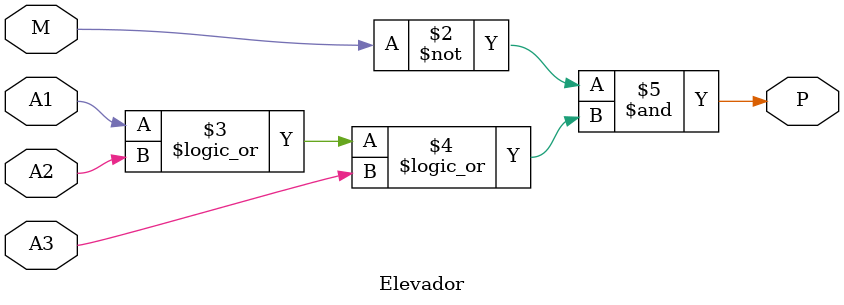
<source format=sv>
module Elevador(input logic A1, A2, A3, M,
               output logic P);
  always_comb P <= ~M & (A1 || A2 || A3); // Determina se o elevador está em algum andar
  					  // e se ele está em movimento
endmodule

</source>
